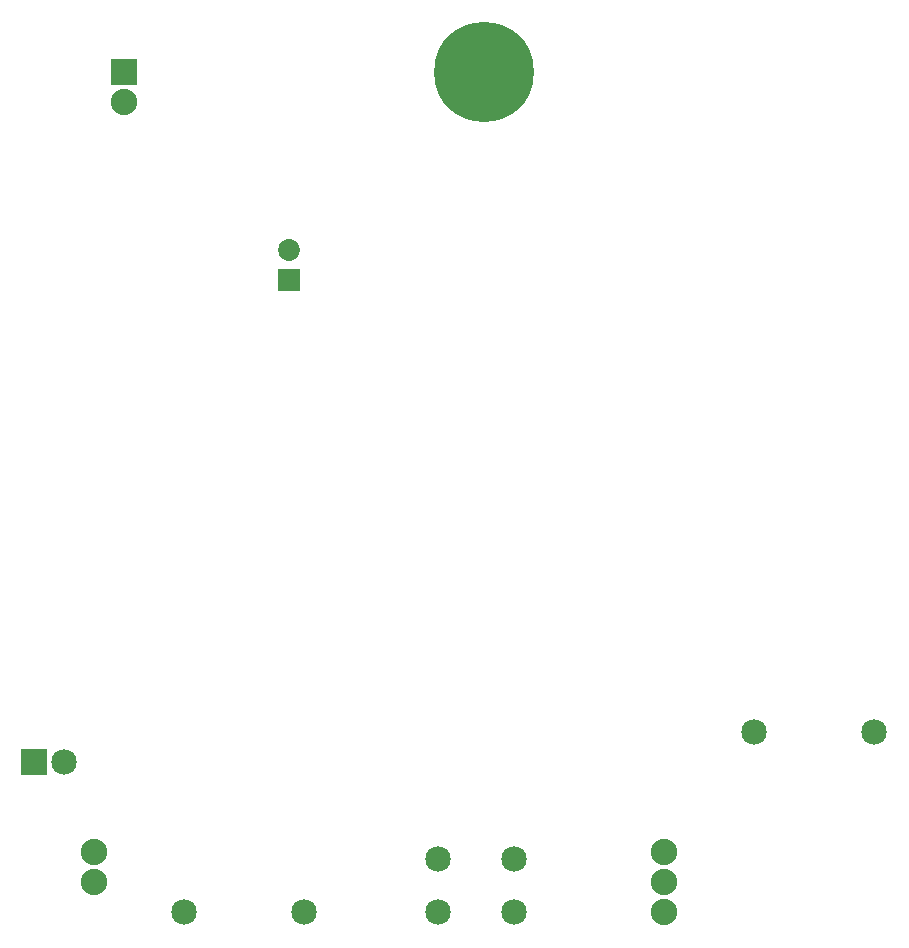
<source format=gts>
G04 MADE WITH FRITZING*
G04 WWW.FRITZING.ORG*
G04 DOUBLE SIDED*
G04 HOLES PLATED*
G04 CONTOUR ON CENTER OF CONTOUR VECTOR*
%ASAXBY*%
%FSLAX23Y23*%
%MOIN*%
%OFA0B0*%
%SFA1.0B1.0*%
%ADD10C,0.072992*%
%ADD11C,0.088000*%
%ADD12C,0.085000*%
%ADD13C,0.332834*%
%ADD14R,0.072992X0.072992*%
%ADD15R,0.085000X0.085000*%
%ADD16R,0.088000X0.088000*%
%LNMASK1*%
G90*
G70*
G54D10*
X971Y2259D03*
X971Y2357D03*
X971Y2259D03*
X971Y2357D03*
G54D11*
X322Y350D03*
X322Y250D03*
X2222Y350D03*
X2222Y250D03*
X2222Y150D03*
G54D12*
X2522Y750D03*
X2922Y750D03*
X622Y150D03*
X1022Y150D03*
X122Y650D03*
X222Y650D03*
X1466Y150D03*
X1722Y150D03*
X1466Y327D03*
X1722Y327D03*
X1466Y150D03*
X1722Y150D03*
X1466Y327D03*
X1722Y327D03*
G54D13*
X1622Y2950D03*
G54D11*
X422Y2950D03*
X422Y2850D03*
G54D14*
X971Y2259D03*
X971Y2259D03*
G54D15*
X122Y650D03*
G54D16*
X422Y2950D03*
G04 End of Mask1*
M02*
</source>
